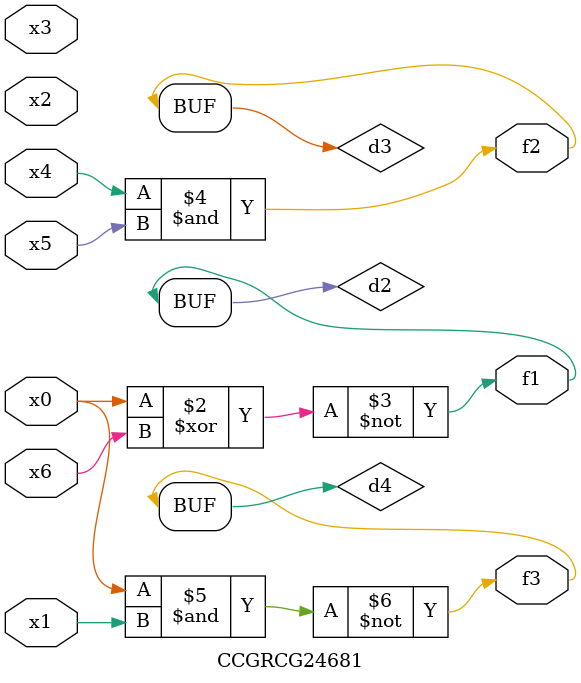
<source format=v>
module CCGRCG24681(
	input x0, x1, x2, x3, x4, x5, x6,
	output f1, f2, f3
);

	wire d1, d2, d3, d4;

	nor (d1, x0);
	xnor (d2, x0, x6);
	and (d3, x4, x5);
	nand (d4, x0, x1);
	assign f1 = d2;
	assign f2 = d3;
	assign f3 = d4;
endmodule

</source>
